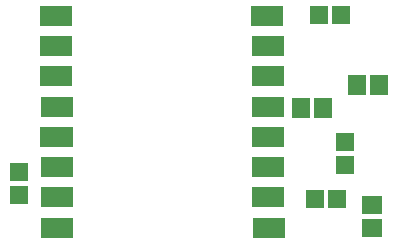
<source format=gbr>
%FSLAX34Y34*%
%MOMM*%
%LNSMDMASK_TOP*%
G71*
G01*
%ADD10R, 2.70X1.79*%
%ADD11R, 1.50X1.60*%
%ADD12R, 1.60X1.50*%
%ADD13R, 1.80X1.50*%
%ADD14R, 1.50X1.80*%
%LPD*%
X102394Y-19050D02*
G54D10*
D03*
X102791Y-44847D02*
G54D10*
D03*
X102791Y-70247D02*
G54D10*
D03*
X102791Y-70247D02*
G54D10*
D03*
X103188Y-96044D02*
G54D10*
D03*
X103188Y-121444D02*
G54D10*
D03*
X102791Y-121444D02*
G54D10*
D03*
X103188Y-147241D02*
G54D10*
D03*
X103188Y-172641D02*
G54D10*
D03*
X103188Y-172641D02*
G54D10*
D03*
X103584Y-198438D02*
G54D10*
D03*
X281384Y-19050D02*
G54D10*
D03*
X281781Y-44847D02*
G54D10*
D03*
X281781Y-70247D02*
G54D10*
D03*
X281781Y-70247D02*
G54D10*
D03*
X282178Y-96044D02*
G54D10*
D03*
X282178Y-121444D02*
G54D10*
D03*
X281781Y-121444D02*
G54D10*
D03*
X282178Y-147241D02*
G54D10*
D03*
X282178Y-172641D02*
G54D10*
D03*
X282178Y-172641D02*
G54D10*
D03*
X282575Y-198438D02*
G54D10*
D03*
X321469Y-174228D02*
G54D11*
D03*
X340469Y-174228D02*
G54D11*
D03*
X347241Y-126231D02*
G54D12*
D03*
X347241Y-145231D02*
G54D12*
D03*
X344041Y-18257D02*
G54D11*
D03*
X325041Y-18257D02*
G54D11*
D03*
X369862Y-179412D02*
G54D13*
D03*
X369862Y-198412D02*
G54D13*
D03*
X376188Y-77787D02*
G54D14*
D03*
X357188Y-77788D02*
G54D14*
D03*
X328562Y-96837D02*
G54D14*
D03*
X309562Y-96838D02*
G54D14*
D03*
X71017Y-170631D02*
G54D12*
D03*
X71017Y-151631D02*
G54D12*
D03*
M02*

</source>
